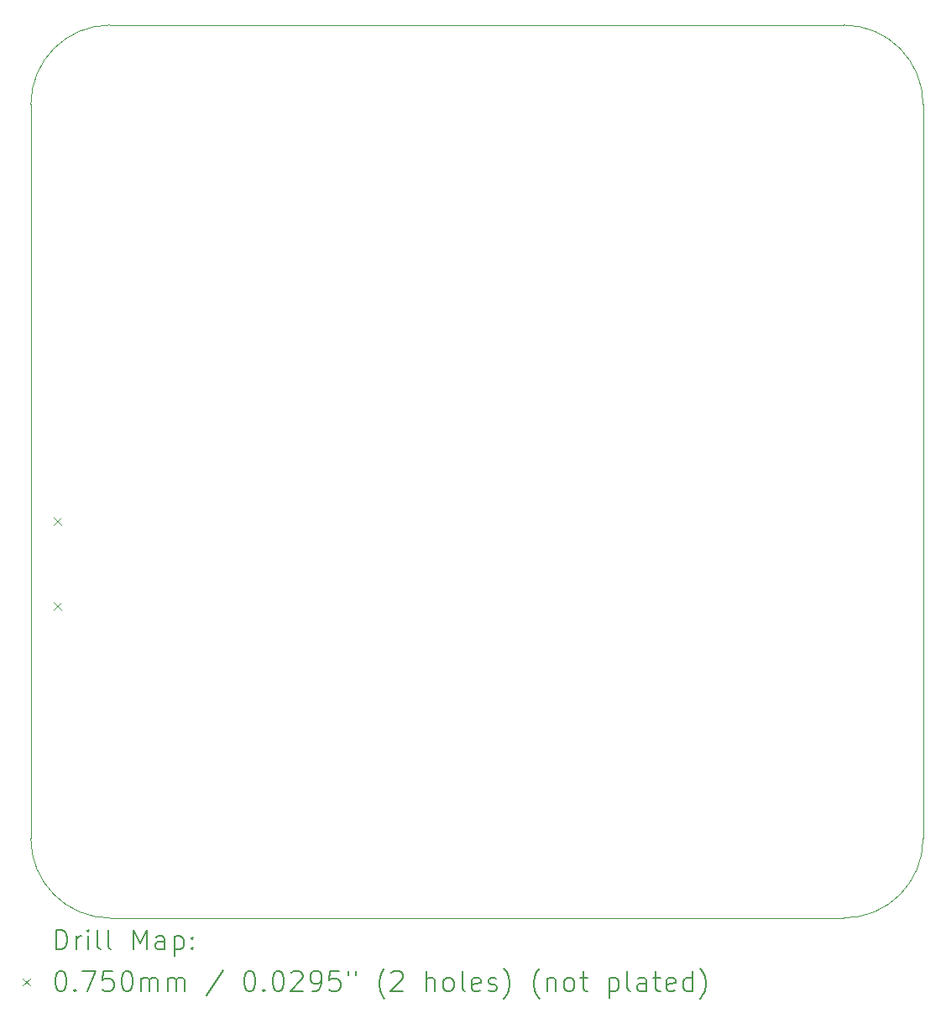
<source format=gbr>
%TF.GenerationSoftware,KiCad,Pcbnew,7.0.5*%
%TF.CreationDate,2024-05-26T12:45:06+03:00*%
%TF.ProjectId,LoRa_MuPr-VAF4751,4c6f5261-5f4d-4755-9072-2d5641463437,rev?*%
%TF.SameCoordinates,Original*%
%TF.FileFunction,Drillmap*%
%TF.FilePolarity,Positive*%
%FSLAX45Y45*%
G04 Gerber Fmt 4.5, Leading zero omitted, Abs format (unit mm)*
G04 Created by KiCad (PCBNEW 7.0.5) date 2024-05-26 12:45:06*
%MOMM*%
%LPD*%
G01*
G04 APERTURE LIST*
%ADD10C,0.100000*%
%ADD11C,0.200000*%
%ADD12C,0.075000*%
G04 APERTURE END LIST*
D10*
X9200000Y-5900000D02*
X9200000Y-13300000D01*
X18200000Y-13300000D02*
X18200000Y-5900000D01*
X10000000Y-14100000D02*
X17400000Y-14100000D01*
X9200000Y-13300000D02*
G75*
G03*
X10000000Y-14100000I800000J0D01*
G01*
X10000000Y-5100000D02*
G75*
G03*
X9200000Y-5900000I0J-800000D01*
G01*
X17400000Y-5100000D02*
X10000000Y-5100000D01*
X17400000Y-14100000D02*
G75*
G03*
X18200000Y-13300000I0J800000D01*
G01*
X18200000Y-5900000D02*
G75*
G03*
X17400000Y-5100000I-800000J0D01*
G01*
D11*
D12*
X9433750Y-10066250D02*
X9508750Y-10141250D01*
X9508750Y-10066250D02*
X9433750Y-10141250D01*
X9433750Y-10916250D02*
X9508750Y-10991250D01*
X9508750Y-10916250D02*
X9433750Y-10991250D01*
D11*
X9455777Y-14416484D02*
X9455777Y-14216484D01*
X9455777Y-14216484D02*
X9503396Y-14216484D01*
X9503396Y-14216484D02*
X9531967Y-14226008D01*
X9531967Y-14226008D02*
X9551015Y-14245055D01*
X9551015Y-14245055D02*
X9560539Y-14264103D01*
X9560539Y-14264103D02*
X9570063Y-14302198D01*
X9570063Y-14302198D02*
X9570063Y-14330769D01*
X9570063Y-14330769D02*
X9560539Y-14368865D01*
X9560539Y-14368865D02*
X9551015Y-14387912D01*
X9551015Y-14387912D02*
X9531967Y-14406960D01*
X9531967Y-14406960D02*
X9503396Y-14416484D01*
X9503396Y-14416484D02*
X9455777Y-14416484D01*
X9655777Y-14416484D02*
X9655777Y-14283150D01*
X9655777Y-14321246D02*
X9665301Y-14302198D01*
X9665301Y-14302198D02*
X9674824Y-14292674D01*
X9674824Y-14292674D02*
X9693872Y-14283150D01*
X9693872Y-14283150D02*
X9712920Y-14283150D01*
X9779586Y-14416484D02*
X9779586Y-14283150D01*
X9779586Y-14216484D02*
X9770063Y-14226008D01*
X9770063Y-14226008D02*
X9779586Y-14235531D01*
X9779586Y-14235531D02*
X9789110Y-14226008D01*
X9789110Y-14226008D02*
X9779586Y-14216484D01*
X9779586Y-14216484D02*
X9779586Y-14235531D01*
X9903396Y-14416484D02*
X9884348Y-14406960D01*
X9884348Y-14406960D02*
X9874824Y-14387912D01*
X9874824Y-14387912D02*
X9874824Y-14216484D01*
X10008158Y-14416484D02*
X9989110Y-14406960D01*
X9989110Y-14406960D02*
X9979586Y-14387912D01*
X9979586Y-14387912D02*
X9979586Y-14216484D01*
X10236729Y-14416484D02*
X10236729Y-14216484D01*
X10236729Y-14216484D02*
X10303396Y-14359341D01*
X10303396Y-14359341D02*
X10370063Y-14216484D01*
X10370063Y-14216484D02*
X10370063Y-14416484D01*
X10551015Y-14416484D02*
X10551015Y-14311722D01*
X10551015Y-14311722D02*
X10541491Y-14292674D01*
X10541491Y-14292674D02*
X10522444Y-14283150D01*
X10522444Y-14283150D02*
X10484348Y-14283150D01*
X10484348Y-14283150D02*
X10465301Y-14292674D01*
X10551015Y-14406960D02*
X10531967Y-14416484D01*
X10531967Y-14416484D02*
X10484348Y-14416484D01*
X10484348Y-14416484D02*
X10465301Y-14406960D01*
X10465301Y-14406960D02*
X10455777Y-14387912D01*
X10455777Y-14387912D02*
X10455777Y-14368865D01*
X10455777Y-14368865D02*
X10465301Y-14349817D01*
X10465301Y-14349817D02*
X10484348Y-14340293D01*
X10484348Y-14340293D02*
X10531967Y-14340293D01*
X10531967Y-14340293D02*
X10551015Y-14330769D01*
X10646253Y-14283150D02*
X10646253Y-14483150D01*
X10646253Y-14292674D02*
X10665301Y-14283150D01*
X10665301Y-14283150D02*
X10703396Y-14283150D01*
X10703396Y-14283150D02*
X10722444Y-14292674D01*
X10722444Y-14292674D02*
X10731967Y-14302198D01*
X10731967Y-14302198D02*
X10741491Y-14321246D01*
X10741491Y-14321246D02*
X10741491Y-14378388D01*
X10741491Y-14378388D02*
X10731967Y-14397436D01*
X10731967Y-14397436D02*
X10722444Y-14406960D01*
X10722444Y-14406960D02*
X10703396Y-14416484D01*
X10703396Y-14416484D02*
X10665301Y-14416484D01*
X10665301Y-14416484D02*
X10646253Y-14406960D01*
X10827205Y-14397436D02*
X10836729Y-14406960D01*
X10836729Y-14406960D02*
X10827205Y-14416484D01*
X10827205Y-14416484D02*
X10817682Y-14406960D01*
X10817682Y-14406960D02*
X10827205Y-14397436D01*
X10827205Y-14397436D02*
X10827205Y-14416484D01*
X10827205Y-14292674D02*
X10836729Y-14302198D01*
X10836729Y-14302198D02*
X10827205Y-14311722D01*
X10827205Y-14311722D02*
X10817682Y-14302198D01*
X10817682Y-14302198D02*
X10827205Y-14292674D01*
X10827205Y-14292674D02*
X10827205Y-14311722D01*
D12*
X9120000Y-14707500D02*
X9195000Y-14782500D01*
X9195000Y-14707500D02*
X9120000Y-14782500D01*
D11*
X9493872Y-14636484D02*
X9512920Y-14636484D01*
X9512920Y-14636484D02*
X9531967Y-14646008D01*
X9531967Y-14646008D02*
X9541491Y-14655531D01*
X9541491Y-14655531D02*
X9551015Y-14674579D01*
X9551015Y-14674579D02*
X9560539Y-14712674D01*
X9560539Y-14712674D02*
X9560539Y-14760293D01*
X9560539Y-14760293D02*
X9551015Y-14798388D01*
X9551015Y-14798388D02*
X9541491Y-14817436D01*
X9541491Y-14817436D02*
X9531967Y-14826960D01*
X9531967Y-14826960D02*
X9512920Y-14836484D01*
X9512920Y-14836484D02*
X9493872Y-14836484D01*
X9493872Y-14836484D02*
X9474824Y-14826960D01*
X9474824Y-14826960D02*
X9465301Y-14817436D01*
X9465301Y-14817436D02*
X9455777Y-14798388D01*
X9455777Y-14798388D02*
X9446253Y-14760293D01*
X9446253Y-14760293D02*
X9446253Y-14712674D01*
X9446253Y-14712674D02*
X9455777Y-14674579D01*
X9455777Y-14674579D02*
X9465301Y-14655531D01*
X9465301Y-14655531D02*
X9474824Y-14646008D01*
X9474824Y-14646008D02*
X9493872Y-14636484D01*
X9646253Y-14817436D02*
X9655777Y-14826960D01*
X9655777Y-14826960D02*
X9646253Y-14836484D01*
X9646253Y-14836484D02*
X9636729Y-14826960D01*
X9636729Y-14826960D02*
X9646253Y-14817436D01*
X9646253Y-14817436D02*
X9646253Y-14836484D01*
X9722444Y-14636484D02*
X9855777Y-14636484D01*
X9855777Y-14636484D02*
X9770063Y-14836484D01*
X10027205Y-14636484D02*
X9931967Y-14636484D01*
X9931967Y-14636484D02*
X9922444Y-14731722D01*
X9922444Y-14731722D02*
X9931967Y-14722198D01*
X9931967Y-14722198D02*
X9951015Y-14712674D01*
X9951015Y-14712674D02*
X9998634Y-14712674D01*
X9998634Y-14712674D02*
X10017682Y-14722198D01*
X10017682Y-14722198D02*
X10027205Y-14731722D01*
X10027205Y-14731722D02*
X10036729Y-14750769D01*
X10036729Y-14750769D02*
X10036729Y-14798388D01*
X10036729Y-14798388D02*
X10027205Y-14817436D01*
X10027205Y-14817436D02*
X10017682Y-14826960D01*
X10017682Y-14826960D02*
X9998634Y-14836484D01*
X9998634Y-14836484D02*
X9951015Y-14836484D01*
X9951015Y-14836484D02*
X9931967Y-14826960D01*
X9931967Y-14826960D02*
X9922444Y-14817436D01*
X10160539Y-14636484D02*
X10179586Y-14636484D01*
X10179586Y-14636484D02*
X10198634Y-14646008D01*
X10198634Y-14646008D02*
X10208158Y-14655531D01*
X10208158Y-14655531D02*
X10217682Y-14674579D01*
X10217682Y-14674579D02*
X10227205Y-14712674D01*
X10227205Y-14712674D02*
X10227205Y-14760293D01*
X10227205Y-14760293D02*
X10217682Y-14798388D01*
X10217682Y-14798388D02*
X10208158Y-14817436D01*
X10208158Y-14817436D02*
X10198634Y-14826960D01*
X10198634Y-14826960D02*
X10179586Y-14836484D01*
X10179586Y-14836484D02*
X10160539Y-14836484D01*
X10160539Y-14836484D02*
X10141491Y-14826960D01*
X10141491Y-14826960D02*
X10131967Y-14817436D01*
X10131967Y-14817436D02*
X10122444Y-14798388D01*
X10122444Y-14798388D02*
X10112920Y-14760293D01*
X10112920Y-14760293D02*
X10112920Y-14712674D01*
X10112920Y-14712674D02*
X10122444Y-14674579D01*
X10122444Y-14674579D02*
X10131967Y-14655531D01*
X10131967Y-14655531D02*
X10141491Y-14646008D01*
X10141491Y-14646008D02*
X10160539Y-14636484D01*
X10312920Y-14836484D02*
X10312920Y-14703150D01*
X10312920Y-14722198D02*
X10322444Y-14712674D01*
X10322444Y-14712674D02*
X10341491Y-14703150D01*
X10341491Y-14703150D02*
X10370063Y-14703150D01*
X10370063Y-14703150D02*
X10389110Y-14712674D01*
X10389110Y-14712674D02*
X10398634Y-14731722D01*
X10398634Y-14731722D02*
X10398634Y-14836484D01*
X10398634Y-14731722D02*
X10408158Y-14712674D01*
X10408158Y-14712674D02*
X10427205Y-14703150D01*
X10427205Y-14703150D02*
X10455777Y-14703150D01*
X10455777Y-14703150D02*
X10474825Y-14712674D01*
X10474825Y-14712674D02*
X10484348Y-14731722D01*
X10484348Y-14731722D02*
X10484348Y-14836484D01*
X10579586Y-14836484D02*
X10579586Y-14703150D01*
X10579586Y-14722198D02*
X10589110Y-14712674D01*
X10589110Y-14712674D02*
X10608158Y-14703150D01*
X10608158Y-14703150D02*
X10636729Y-14703150D01*
X10636729Y-14703150D02*
X10655777Y-14712674D01*
X10655777Y-14712674D02*
X10665301Y-14731722D01*
X10665301Y-14731722D02*
X10665301Y-14836484D01*
X10665301Y-14731722D02*
X10674825Y-14712674D01*
X10674825Y-14712674D02*
X10693872Y-14703150D01*
X10693872Y-14703150D02*
X10722444Y-14703150D01*
X10722444Y-14703150D02*
X10741491Y-14712674D01*
X10741491Y-14712674D02*
X10751015Y-14731722D01*
X10751015Y-14731722D02*
X10751015Y-14836484D01*
X11141491Y-14626960D02*
X10970063Y-14884103D01*
X11398634Y-14636484D02*
X11417682Y-14636484D01*
X11417682Y-14636484D02*
X11436729Y-14646008D01*
X11436729Y-14646008D02*
X11446253Y-14655531D01*
X11446253Y-14655531D02*
X11455777Y-14674579D01*
X11455777Y-14674579D02*
X11465301Y-14712674D01*
X11465301Y-14712674D02*
X11465301Y-14760293D01*
X11465301Y-14760293D02*
X11455777Y-14798388D01*
X11455777Y-14798388D02*
X11446253Y-14817436D01*
X11446253Y-14817436D02*
X11436729Y-14826960D01*
X11436729Y-14826960D02*
X11417682Y-14836484D01*
X11417682Y-14836484D02*
X11398634Y-14836484D01*
X11398634Y-14836484D02*
X11379586Y-14826960D01*
X11379586Y-14826960D02*
X11370063Y-14817436D01*
X11370063Y-14817436D02*
X11360539Y-14798388D01*
X11360539Y-14798388D02*
X11351015Y-14760293D01*
X11351015Y-14760293D02*
X11351015Y-14712674D01*
X11351015Y-14712674D02*
X11360539Y-14674579D01*
X11360539Y-14674579D02*
X11370063Y-14655531D01*
X11370063Y-14655531D02*
X11379586Y-14646008D01*
X11379586Y-14646008D02*
X11398634Y-14636484D01*
X11551015Y-14817436D02*
X11560539Y-14826960D01*
X11560539Y-14826960D02*
X11551015Y-14836484D01*
X11551015Y-14836484D02*
X11541491Y-14826960D01*
X11541491Y-14826960D02*
X11551015Y-14817436D01*
X11551015Y-14817436D02*
X11551015Y-14836484D01*
X11684348Y-14636484D02*
X11703396Y-14636484D01*
X11703396Y-14636484D02*
X11722444Y-14646008D01*
X11722444Y-14646008D02*
X11731967Y-14655531D01*
X11731967Y-14655531D02*
X11741491Y-14674579D01*
X11741491Y-14674579D02*
X11751015Y-14712674D01*
X11751015Y-14712674D02*
X11751015Y-14760293D01*
X11751015Y-14760293D02*
X11741491Y-14798388D01*
X11741491Y-14798388D02*
X11731967Y-14817436D01*
X11731967Y-14817436D02*
X11722444Y-14826960D01*
X11722444Y-14826960D02*
X11703396Y-14836484D01*
X11703396Y-14836484D02*
X11684348Y-14836484D01*
X11684348Y-14836484D02*
X11665301Y-14826960D01*
X11665301Y-14826960D02*
X11655777Y-14817436D01*
X11655777Y-14817436D02*
X11646253Y-14798388D01*
X11646253Y-14798388D02*
X11636729Y-14760293D01*
X11636729Y-14760293D02*
X11636729Y-14712674D01*
X11636729Y-14712674D02*
X11646253Y-14674579D01*
X11646253Y-14674579D02*
X11655777Y-14655531D01*
X11655777Y-14655531D02*
X11665301Y-14646008D01*
X11665301Y-14646008D02*
X11684348Y-14636484D01*
X11827206Y-14655531D02*
X11836729Y-14646008D01*
X11836729Y-14646008D02*
X11855777Y-14636484D01*
X11855777Y-14636484D02*
X11903396Y-14636484D01*
X11903396Y-14636484D02*
X11922444Y-14646008D01*
X11922444Y-14646008D02*
X11931967Y-14655531D01*
X11931967Y-14655531D02*
X11941491Y-14674579D01*
X11941491Y-14674579D02*
X11941491Y-14693627D01*
X11941491Y-14693627D02*
X11931967Y-14722198D01*
X11931967Y-14722198D02*
X11817682Y-14836484D01*
X11817682Y-14836484D02*
X11941491Y-14836484D01*
X12036729Y-14836484D02*
X12074825Y-14836484D01*
X12074825Y-14836484D02*
X12093872Y-14826960D01*
X12093872Y-14826960D02*
X12103396Y-14817436D01*
X12103396Y-14817436D02*
X12122444Y-14788865D01*
X12122444Y-14788865D02*
X12131967Y-14750769D01*
X12131967Y-14750769D02*
X12131967Y-14674579D01*
X12131967Y-14674579D02*
X12122444Y-14655531D01*
X12122444Y-14655531D02*
X12112920Y-14646008D01*
X12112920Y-14646008D02*
X12093872Y-14636484D01*
X12093872Y-14636484D02*
X12055777Y-14636484D01*
X12055777Y-14636484D02*
X12036729Y-14646008D01*
X12036729Y-14646008D02*
X12027206Y-14655531D01*
X12027206Y-14655531D02*
X12017682Y-14674579D01*
X12017682Y-14674579D02*
X12017682Y-14722198D01*
X12017682Y-14722198D02*
X12027206Y-14741246D01*
X12027206Y-14741246D02*
X12036729Y-14750769D01*
X12036729Y-14750769D02*
X12055777Y-14760293D01*
X12055777Y-14760293D02*
X12093872Y-14760293D01*
X12093872Y-14760293D02*
X12112920Y-14750769D01*
X12112920Y-14750769D02*
X12122444Y-14741246D01*
X12122444Y-14741246D02*
X12131967Y-14722198D01*
X12312920Y-14636484D02*
X12217682Y-14636484D01*
X12217682Y-14636484D02*
X12208158Y-14731722D01*
X12208158Y-14731722D02*
X12217682Y-14722198D01*
X12217682Y-14722198D02*
X12236729Y-14712674D01*
X12236729Y-14712674D02*
X12284348Y-14712674D01*
X12284348Y-14712674D02*
X12303396Y-14722198D01*
X12303396Y-14722198D02*
X12312920Y-14731722D01*
X12312920Y-14731722D02*
X12322444Y-14750769D01*
X12322444Y-14750769D02*
X12322444Y-14798388D01*
X12322444Y-14798388D02*
X12312920Y-14817436D01*
X12312920Y-14817436D02*
X12303396Y-14826960D01*
X12303396Y-14826960D02*
X12284348Y-14836484D01*
X12284348Y-14836484D02*
X12236729Y-14836484D01*
X12236729Y-14836484D02*
X12217682Y-14826960D01*
X12217682Y-14826960D02*
X12208158Y-14817436D01*
X12398634Y-14636484D02*
X12398634Y-14674579D01*
X12474825Y-14636484D02*
X12474825Y-14674579D01*
X12770063Y-14912674D02*
X12760539Y-14903150D01*
X12760539Y-14903150D02*
X12741491Y-14874579D01*
X12741491Y-14874579D02*
X12731968Y-14855531D01*
X12731968Y-14855531D02*
X12722444Y-14826960D01*
X12722444Y-14826960D02*
X12712920Y-14779341D01*
X12712920Y-14779341D02*
X12712920Y-14741246D01*
X12712920Y-14741246D02*
X12722444Y-14693627D01*
X12722444Y-14693627D02*
X12731968Y-14665055D01*
X12731968Y-14665055D02*
X12741491Y-14646008D01*
X12741491Y-14646008D02*
X12760539Y-14617436D01*
X12760539Y-14617436D02*
X12770063Y-14607912D01*
X12836729Y-14655531D02*
X12846253Y-14646008D01*
X12846253Y-14646008D02*
X12865301Y-14636484D01*
X12865301Y-14636484D02*
X12912920Y-14636484D01*
X12912920Y-14636484D02*
X12931968Y-14646008D01*
X12931968Y-14646008D02*
X12941491Y-14655531D01*
X12941491Y-14655531D02*
X12951015Y-14674579D01*
X12951015Y-14674579D02*
X12951015Y-14693627D01*
X12951015Y-14693627D02*
X12941491Y-14722198D01*
X12941491Y-14722198D02*
X12827206Y-14836484D01*
X12827206Y-14836484D02*
X12951015Y-14836484D01*
X13189110Y-14836484D02*
X13189110Y-14636484D01*
X13274825Y-14836484D02*
X13274825Y-14731722D01*
X13274825Y-14731722D02*
X13265301Y-14712674D01*
X13265301Y-14712674D02*
X13246253Y-14703150D01*
X13246253Y-14703150D02*
X13217682Y-14703150D01*
X13217682Y-14703150D02*
X13198634Y-14712674D01*
X13198634Y-14712674D02*
X13189110Y-14722198D01*
X13398634Y-14836484D02*
X13379587Y-14826960D01*
X13379587Y-14826960D02*
X13370063Y-14817436D01*
X13370063Y-14817436D02*
X13360539Y-14798388D01*
X13360539Y-14798388D02*
X13360539Y-14741246D01*
X13360539Y-14741246D02*
X13370063Y-14722198D01*
X13370063Y-14722198D02*
X13379587Y-14712674D01*
X13379587Y-14712674D02*
X13398634Y-14703150D01*
X13398634Y-14703150D02*
X13427206Y-14703150D01*
X13427206Y-14703150D02*
X13446253Y-14712674D01*
X13446253Y-14712674D02*
X13455777Y-14722198D01*
X13455777Y-14722198D02*
X13465301Y-14741246D01*
X13465301Y-14741246D02*
X13465301Y-14798388D01*
X13465301Y-14798388D02*
X13455777Y-14817436D01*
X13455777Y-14817436D02*
X13446253Y-14826960D01*
X13446253Y-14826960D02*
X13427206Y-14836484D01*
X13427206Y-14836484D02*
X13398634Y-14836484D01*
X13579587Y-14836484D02*
X13560539Y-14826960D01*
X13560539Y-14826960D02*
X13551015Y-14807912D01*
X13551015Y-14807912D02*
X13551015Y-14636484D01*
X13731968Y-14826960D02*
X13712920Y-14836484D01*
X13712920Y-14836484D02*
X13674825Y-14836484D01*
X13674825Y-14836484D02*
X13655777Y-14826960D01*
X13655777Y-14826960D02*
X13646253Y-14807912D01*
X13646253Y-14807912D02*
X13646253Y-14731722D01*
X13646253Y-14731722D02*
X13655777Y-14712674D01*
X13655777Y-14712674D02*
X13674825Y-14703150D01*
X13674825Y-14703150D02*
X13712920Y-14703150D01*
X13712920Y-14703150D02*
X13731968Y-14712674D01*
X13731968Y-14712674D02*
X13741491Y-14731722D01*
X13741491Y-14731722D02*
X13741491Y-14750769D01*
X13741491Y-14750769D02*
X13646253Y-14769817D01*
X13817682Y-14826960D02*
X13836730Y-14836484D01*
X13836730Y-14836484D02*
X13874825Y-14836484D01*
X13874825Y-14836484D02*
X13893872Y-14826960D01*
X13893872Y-14826960D02*
X13903396Y-14807912D01*
X13903396Y-14807912D02*
X13903396Y-14798388D01*
X13903396Y-14798388D02*
X13893872Y-14779341D01*
X13893872Y-14779341D02*
X13874825Y-14769817D01*
X13874825Y-14769817D02*
X13846253Y-14769817D01*
X13846253Y-14769817D02*
X13827206Y-14760293D01*
X13827206Y-14760293D02*
X13817682Y-14741246D01*
X13817682Y-14741246D02*
X13817682Y-14731722D01*
X13817682Y-14731722D02*
X13827206Y-14712674D01*
X13827206Y-14712674D02*
X13846253Y-14703150D01*
X13846253Y-14703150D02*
X13874825Y-14703150D01*
X13874825Y-14703150D02*
X13893872Y-14712674D01*
X13970063Y-14912674D02*
X13979587Y-14903150D01*
X13979587Y-14903150D02*
X13998634Y-14874579D01*
X13998634Y-14874579D02*
X14008158Y-14855531D01*
X14008158Y-14855531D02*
X14017682Y-14826960D01*
X14017682Y-14826960D02*
X14027206Y-14779341D01*
X14027206Y-14779341D02*
X14027206Y-14741246D01*
X14027206Y-14741246D02*
X14017682Y-14693627D01*
X14017682Y-14693627D02*
X14008158Y-14665055D01*
X14008158Y-14665055D02*
X13998634Y-14646008D01*
X13998634Y-14646008D02*
X13979587Y-14617436D01*
X13979587Y-14617436D02*
X13970063Y-14607912D01*
X14331968Y-14912674D02*
X14322444Y-14903150D01*
X14322444Y-14903150D02*
X14303396Y-14874579D01*
X14303396Y-14874579D02*
X14293872Y-14855531D01*
X14293872Y-14855531D02*
X14284349Y-14826960D01*
X14284349Y-14826960D02*
X14274825Y-14779341D01*
X14274825Y-14779341D02*
X14274825Y-14741246D01*
X14274825Y-14741246D02*
X14284349Y-14693627D01*
X14284349Y-14693627D02*
X14293872Y-14665055D01*
X14293872Y-14665055D02*
X14303396Y-14646008D01*
X14303396Y-14646008D02*
X14322444Y-14617436D01*
X14322444Y-14617436D02*
X14331968Y-14607912D01*
X14408158Y-14703150D02*
X14408158Y-14836484D01*
X14408158Y-14722198D02*
X14417682Y-14712674D01*
X14417682Y-14712674D02*
X14436730Y-14703150D01*
X14436730Y-14703150D02*
X14465301Y-14703150D01*
X14465301Y-14703150D02*
X14484349Y-14712674D01*
X14484349Y-14712674D02*
X14493872Y-14731722D01*
X14493872Y-14731722D02*
X14493872Y-14836484D01*
X14617682Y-14836484D02*
X14598634Y-14826960D01*
X14598634Y-14826960D02*
X14589111Y-14817436D01*
X14589111Y-14817436D02*
X14579587Y-14798388D01*
X14579587Y-14798388D02*
X14579587Y-14741246D01*
X14579587Y-14741246D02*
X14589111Y-14722198D01*
X14589111Y-14722198D02*
X14598634Y-14712674D01*
X14598634Y-14712674D02*
X14617682Y-14703150D01*
X14617682Y-14703150D02*
X14646253Y-14703150D01*
X14646253Y-14703150D02*
X14665301Y-14712674D01*
X14665301Y-14712674D02*
X14674825Y-14722198D01*
X14674825Y-14722198D02*
X14684349Y-14741246D01*
X14684349Y-14741246D02*
X14684349Y-14798388D01*
X14684349Y-14798388D02*
X14674825Y-14817436D01*
X14674825Y-14817436D02*
X14665301Y-14826960D01*
X14665301Y-14826960D02*
X14646253Y-14836484D01*
X14646253Y-14836484D02*
X14617682Y-14836484D01*
X14741492Y-14703150D02*
X14817682Y-14703150D01*
X14770063Y-14636484D02*
X14770063Y-14807912D01*
X14770063Y-14807912D02*
X14779587Y-14826960D01*
X14779587Y-14826960D02*
X14798634Y-14836484D01*
X14798634Y-14836484D02*
X14817682Y-14836484D01*
X15036730Y-14703150D02*
X15036730Y-14903150D01*
X15036730Y-14712674D02*
X15055777Y-14703150D01*
X15055777Y-14703150D02*
X15093873Y-14703150D01*
X15093873Y-14703150D02*
X15112920Y-14712674D01*
X15112920Y-14712674D02*
X15122444Y-14722198D01*
X15122444Y-14722198D02*
X15131968Y-14741246D01*
X15131968Y-14741246D02*
X15131968Y-14798388D01*
X15131968Y-14798388D02*
X15122444Y-14817436D01*
X15122444Y-14817436D02*
X15112920Y-14826960D01*
X15112920Y-14826960D02*
X15093873Y-14836484D01*
X15093873Y-14836484D02*
X15055777Y-14836484D01*
X15055777Y-14836484D02*
X15036730Y-14826960D01*
X15246253Y-14836484D02*
X15227206Y-14826960D01*
X15227206Y-14826960D02*
X15217682Y-14807912D01*
X15217682Y-14807912D02*
X15217682Y-14636484D01*
X15408158Y-14836484D02*
X15408158Y-14731722D01*
X15408158Y-14731722D02*
X15398634Y-14712674D01*
X15398634Y-14712674D02*
X15379587Y-14703150D01*
X15379587Y-14703150D02*
X15341492Y-14703150D01*
X15341492Y-14703150D02*
X15322444Y-14712674D01*
X15408158Y-14826960D02*
X15389111Y-14836484D01*
X15389111Y-14836484D02*
X15341492Y-14836484D01*
X15341492Y-14836484D02*
X15322444Y-14826960D01*
X15322444Y-14826960D02*
X15312920Y-14807912D01*
X15312920Y-14807912D02*
X15312920Y-14788865D01*
X15312920Y-14788865D02*
X15322444Y-14769817D01*
X15322444Y-14769817D02*
X15341492Y-14760293D01*
X15341492Y-14760293D02*
X15389111Y-14760293D01*
X15389111Y-14760293D02*
X15408158Y-14750769D01*
X15474825Y-14703150D02*
X15551015Y-14703150D01*
X15503396Y-14636484D02*
X15503396Y-14807912D01*
X15503396Y-14807912D02*
X15512920Y-14826960D01*
X15512920Y-14826960D02*
X15531968Y-14836484D01*
X15531968Y-14836484D02*
X15551015Y-14836484D01*
X15693873Y-14826960D02*
X15674825Y-14836484D01*
X15674825Y-14836484D02*
X15636730Y-14836484D01*
X15636730Y-14836484D02*
X15617682Y-14826960D01*
X15617682Y-14826960D02*
X15608158Y-14807912D01*
X15608158Y-14807912D02*
X15608158Y-14731722D01*
X15608158Y-14731722D02*
X15617682Y-14712674D01*
X15617682Y-14712674D02*
X15636730Y-14703150D01*
X15636730Y-14703150D02*
X15674825Y-14703150D01*
X15674825Y-14703150D02*
X15693873Y-14712674D01*
X15693873Y-14712674D02*
X15703396Y-14731722D01*
X15703396Y-14731722D02*
X15703396Y-14750769D01*
X15703396Y-14750769D02*
X15608158Y-14769817D01*
X15874825Y-14836484D02*
X15874825Y-14636484D01*
X15874825Y-14826960D02*
X15855777Y-14836484D01*
X15855777Y-14836484D02*
X15817682Y-14836484D01*
X15817682Y-14836484D02*
X15798634Y-14826960D01*
X15798634Y-14826960D02*
X15789111Y-14817436D01*
X15789111Y-14817436D02*
X15779587Y-14798388D01*
X15779587Y-14798388D02*
X15779587Y-14741246D01*
X15779587Y-14741246D02*
X15789111Y-14722198D01*
X15789111Y-14722198D02*
X15798634Y-14712674D01*
X15798634Y-14712674D02*
X15817682Y-14703150D01*
X15817682Y-14703150D02*
X15855777Y-14703150D01*
X15855777Y-14703150D02*
X15874825Y-14712674D01*
X15951015Y-14912674D02*
X15960539Y-14903150D01*
X15960539Y-14903150D02*
X15979587Y-14874579D01*
X15979587Y-14874579D02*
X15989111Y-14855531D01*
X15989111Y-14855531D02*
X15998634Y-14826960D01*
X15998634Y-14826960D02*
X16008158Y-14779341D01*
X16008158Y-14779341D02*
X16008158Y-14741246D01*
X16008158Y-14741246D02*
X15998634Y-14693627D01*
X15998634Y-14693627D02*
X15989111Y-14665055D01*
X15989111Y-14665055D02*
X15979587Y-14646008D01*
X15979587Y-14646008D02*
X15960539Y-14617436D01*
X15960539Y-14617436D02*
X15951015Y-14607912D01*
M02*

</source>
